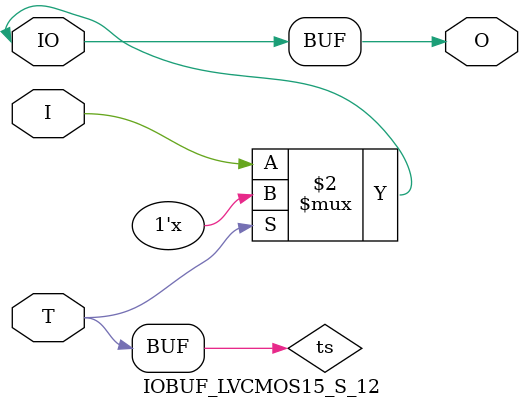
<source format=v>

/*

FUNCTION	: INPUT TRI-STATE OUTPUT BUFFER

*/

`celldefine
`timescale  100 ps / 10 ps

module IOBUF_LVCMOS15_S_12 (O, IO, I, T);

    output O;

    inout  IO;

    input  I, T;

    or O1 (ts, 1'b0, T);
    bufif0 T1 (IO, I, ts);

    buf B1 (O, IO);

endmodule

</source>
